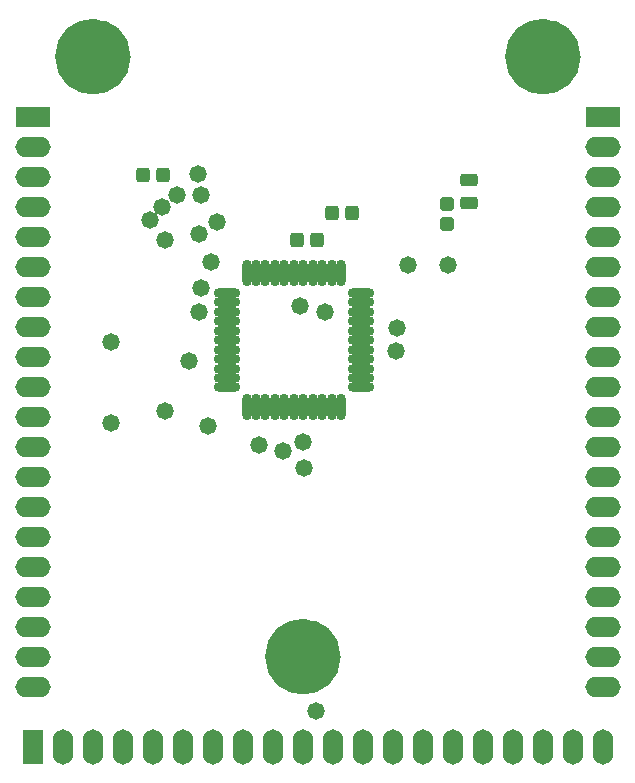
<source format=gts>
G04 Layer_Color=8388736*
%FSLAX25Y25*%
%MOIN*%
G70*
G01*
G75*
%ADD34C,0.06299*%
G04:AMPARAMS|DCode=35|XSize=47.37mil|YSize=43.43mil|CornerRadius=8.43mil|HoleSize=0mil|Usage=FLASHONLY|Rotation=0.000|XOffset=0mil|YOffset=0mil|HoleType=Round|Shape=RoundedRectangle|*
%AMROUNDEDRECTD35*
21,1,0.04737,0.02658,0,0,0.0*
21,1,0.03051,0.04343,0,0,0.0*
1,1,0.01686,0.01526,-0.01329*
1,1,0.01686,-0.01526,-0.01329*
1,1,0.01686,-0.01526,0.01329*
1,1,0.01686,0.01526,0.01329*
%
%ADD35ROUNDEDRECTD35*%
G04:AMPARAMS|DCode=36|XSize=47.37mil|YSize=43.43mil|CornerRadius=8.43mil|HoleSize=0mil|Usage=FLASHONLY|Rotation=270.000|XOffset=0mil|YOffset=0mil|HoleType=Round|Shape=RoundedRectangle|*
%AMROUNDEDRECTD36*
21,1,0.04737,0.02658,0,0,270.0*
21,1,0.03051,0.04343,0,0,270.0*
1,1,0.01686,-0.01329,-0.01526*
1,1,0.01686,-0.01329,0.01526*
1,1,0.01686,0.01329,0.01526*
1,1,0.01686,0.01329,-0.01526*
%
%ADD36ROUNDEDRECTD36*%
%ADD37O,0.08871X0.03162*%
%ADD38O,0.03162X0.08871*%
G04:AMPARAMS|DCode=39|XSize=59.18mil|YSize=39.5mil|CornerRadius=7.94mil|HoleSize=0mil|Usage=FLASHONLY|Rotation=0.000|XOffset=0mil|YOffset=0mil|HoleType=Round|Shape=RoundedRectangle|*
%AMROUNDEDRECTD39*
21,1,0.05918,0.02362,0,0,0.0*
21,1,0.04331,0.03950,0,0,0.0*
1,1,0.01587,0.02165,-0.01181*
1,1,0.01587,-0.02165,-0.01181*
1,1,0.01587,-0.02165,0.01181*
1,1,0.01587,0.02165,0.01181*
%
%ADD39ROUNDEDRECTD39*%
%ADD40C,0.17623*%
%ADD41O,0.11800X0.06800*%
%ADD42R,0.11800X0.06800*%
%ADD43O,0.06800X0.11800*%
%ADD44R,0.06800X0.11800*%
%ADD45C,0.05800*%
D34*
X393449Y228500D02*
G03*
X393449Y228500I-9449J0D01*
G01*
X323449Y428500D02*
G03*
X323449Y428500I-9449J0D01*
G01*
X473449D02*
G03*
X473449Y428500I-9449J0D01*
G01*
D35*
X432000Y379346D02*
D03*
Y372653D02*
D03*
D36*
X393653Y376500D02*
D03*
X400347D02*
D03*
X330654Y389000D02*
D03*
X337347D02*
D03*
X388846Y367500D02*
D03*
X382154D02*
D03*
D37*
X358559Y349748D02*
D03*
Y346598D02*
D03*
Y343449D02*
D03*
Y340299D02*
D03*
Y337150D02*
D03*
Y334000D02*
D03*
Y330850D02*
D03*
Y327701D02*
D03*
Y324551D02*
D03*
Y321402D02*
D03*
Y318252D02*
D03*
X403441D02*
D03*
Y321402D02*
D03*
Y324551D02*
D03*
Y327701D02*
D03*
Y330850D02*
D03*
Y334000D02*
D03*
Y337150D02*
D03*
Y340299D02*
D03*
Y343449D02*
D03*
Y346598D02*
D03*
Y349748D02*
D03*
D38*
X365252Y311559D02*
D03*
X368402D02*
D03*
X371551D02*
D03*
X374701D02*
D03*
X377850D02*
D03*
X381000D02*
D03*
X384150D02*
D03*
X387299D02*
D03*
X390449D02*
D03*
X393598D02*
D03*
X396748D02*
D03*
Y356441D02*
D03*
X393598D02*
D03*
X390449D02*
D03*
X387299D02*
D03*
X384150D02*
D03*
X381000D02*
D03*
X377850D02*
D03*
X374701D02*
D03*
X371551D02*
D03*
X368402D02*
D03*
X365252D02*
D03*
D39*
X439500Y379563D02*
D03*
Y387437D02*
D03*
D40*
X384000Y228500D02*
D03*
X314000Y428500D02*
D03*
X464000D02*
D03*
D41*
X484000Y218500D02*
D03*
Y228500D02*
D03*
Y238500D02*
D03*
Y248500D02*
D03*
Y258500D02*
D03*
Y268500D02*
D03*
Y278500D02*
D03*
Y288500D02*
D03*
Y298500D02*
D03*
Y308500D02*
D03*
Y318500D02*
D03*
Y328500D02*
D03*
Y338500D02*
D03*
Y348500D02*
D03*
Y358500D02*
D03*
Y368500D02*
D03*
Y378500D02*
D03*
Y388500D02*
D03*
Y398500D02*
D03*
X294000Y218500D02*
D03*
Y228500D02*
D03*
Y238500D02*
D03*
Y248500D02*
D03*
Y258500D02*
D03*
Y268500D02*
D03*
Y278500D02*
D03*
Y288500D02*
D03*
Y298500D02*
D03*
Y308500D02*
D03*
Y318500D02*
D03*
Y328500D02*
D03*
Y338500D02*
D03*
Y348500D02*
D03*
Y358500D02*
D03*
Y368500D02*
D03*
Y378500D02*
D03*
Y388500D02*
D03*
Y398500D02*
D03*
D42*
X484000Y408500D02*
D03*
X294000D02*
D03*
D43*
X484000Y198500D02*
D03*
X474000D02*
D03*
X464000D02*
D03*
X454000D02*
D03*
X444000D02*
D03*
X434000D02*
D03*
X424000D02*
D03*
X414000D02*
D03*
X404000D02*
D03*
X394000D02*
D03*
X384000D02*
D03*
X374000D02*
D03*
X364000D02*
D03*
X354000D02*
D03*
X344000D02*
D03*
X334000D02*
D03*
X324000D02*
D03*
X314000D02*
D03*
X304000D02*
D03*
D44*
X294000D02*
D03*
D45*
X432500Y359000D02*
D03*
X353500Y360000D02*
D03*
X350000Y351500D02*
D03*
X383000Y345500D02*
D03*
X415000Y330500D02*
D03*
X384000Y300000D02*
D03*
X415500Y338000D02*
D03*
X349000Y389500D02*
D03*
X338000Y367500D02*
D03*
X342000Y382500D02*
D03*
X350000D02*
D03*
X337000Y378500D02*
D03*
X349500Y369500D02*
D03*
X333000Y374000D02*
D03*
X320000Y333500D02*
D03*
Y306500D02*
D03*
X338000Y310500D02*
D03*
X384500Y291500D02*
D03*
X346000Y327000D02*
D03*
X369500Y299000D02*
D03*
X349449Y343449D02*
D03*
X352500Y305500D02*
D03*
X377500Y297000D02*
D03*
X391500Y343500D02*
D03*
X388500Y210500D02*
D03*
X355500Y373500D02*
D03*
X418923Y359000D02*
D03*
M02*

</source>
